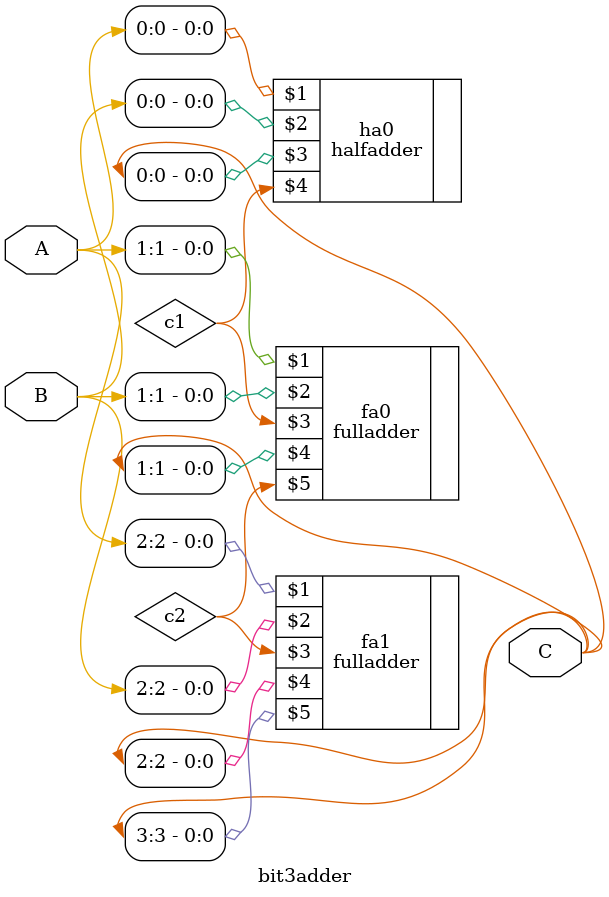
<source format=v>
module bit3adder(
    input [2:0] A,
    input [2:0] B,
    output [3:0] C
);

wire c1,c2,c3,c4;

halfadder ha0(A[0], B[0], C[0], c1);
fulladder fa0(A[1], B[1], c1, C[1], c2);
fulladder fa1(A[2], B[2], c2, C[2], C[3]);

endmodule
</source>
